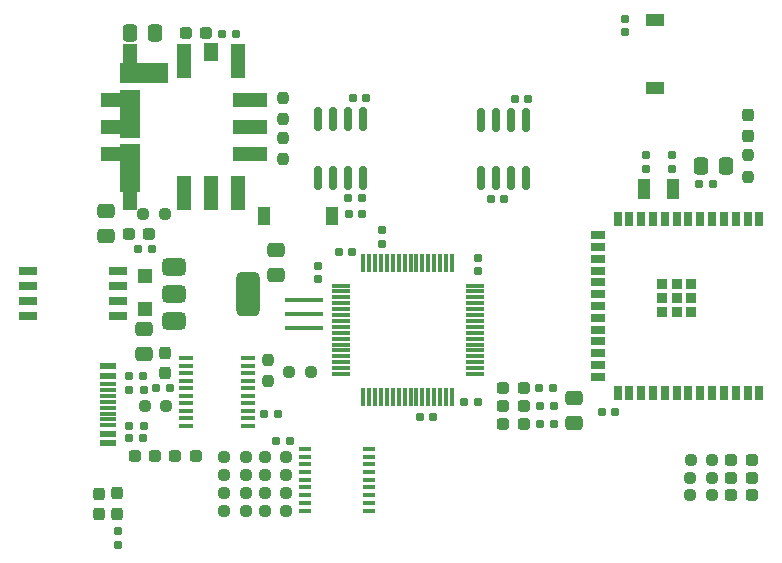
<source format=gbr>
%TF.GenerationSoftware,KiCad,Pcbnew,9.0.0*%
%TF.CreationDate,2025-04-02T22:51:41+09:00*%
%TF.ProjectId,GN10Mainboard,474e3130-4d61-4696-9e62-6f6172642e6b,rev?*%
%TF.SameCoordinates,Original*%
%TF.FileFunction,Paste,Top*%
%TF.FilePolarity,Positive*%
%FSLAX46Y46*%
G04 Gerber Fmt 4.6, Leading zero omitted, Abs format (unit mm)*
G04 Created by KiCad (PCBNEW 9.0.0) date 2025-04-02 22:51:41*
%MOMM*%
%LPD*%
G01*
G04 APERTURE LIST*
G04 Aperture macros list*
%AMRoundRect*
0 Rectangle with rounded corners*
0 $1 Rounding radius*
0 $2 $3 $4 $5 $6 $7 $8 $9 X,Y pos of 4 corners*
0 Add a 4 corners polygon primitive as box body*
4,1,4,$2,$3,$4,$5,$6,$7,$8,$9,$2,$3,0*
0 Add four circle primitives for the rounded corners*
1,1,$1+$1,$2,$3*
1,1,$1+$1,$4,$5*
1,1,$1+$1,$6,$7*
1,1,$1+$1,$8,$9*
0 Add four rect primitives between the rounded corners*
20,1,$1+$1,$2,$3,$4,$5,0*
20,1,$1+$1,$4,$5,$6,$7,0*
20,1,$1+$1,$6,$7,$8,$9,0*
20,1,$1+$1,$8,$9,$2,$3,0*%
G04 Aperture macros list end*
%ADD10RoundRect,0.237500X-0.250000X-0.237500X0.250000X-0.237500X0.250000X0.237500X-0.250000X0.237500X0*%
%ADD11RoundRect,0.237500X-0.287500X-0.237500X0.287500X-0.237500X0.287500X0.237500X-0.287500X0.237500X0*%
%ADD12RoundRect,0.237500X0.250000X0.237500X-0.250000X0.237500X-0.250000X-0.237500X0.250000X-0.237500X0*%
%ADD13RoundRect,0.155000X-0.212500X-0.155000X0.212500X-0.155000X0.212500X0.155000X-0.212500X0.155000X0*%
%ADD14RoundRect,0.155000X0.212500X0.155000X-0.212500X0.155000X-0.212500X-0.155000X0.212500X-0.155000X0*%
%ADD15R,1.600000X1.050000*%
%ADD16RoundRect,0.237500X0.287500X0.237500X-0.287500X0.237500X-0.287500X-0.237500X0.287500X-0.237500X0*%
%ADD17R,0.700000X1.300000*%
%ADD18R,1.300000X0.700000*%
%ADD19R,0.900000X0.900000*%
%ADD20RoundRect,0.150000X0.150000X-0.825000X0.150000X0.825000X-0.150000X0.825000X-0.150000X-0.825000X0*%
%ADD21RoundRect,0.160000X-0.160000X0.197500X-0.160000X-0.197500X0.160000X-0.197500X0.160000X0.197500X0*%
%ADD22RoundRect,0.237500X-0.237500X0.300000X-0.237500X-0.300000X0.237500X-0.300000X0.237500X0.300000X0*%
%ADD23RoundRect,0.237500X0.237500X-0.287500X0.237500X0.287500X-0.237500X0.287500X-0.237500X-0.287500X0*%
%ADD24RoundRect,0.250000X0.475000X-0.337500X0.475000X0.337500X-0.475000X0.337500X-0.475000X-0.337500X0*%
%ADD25RoundRect,0.160000X-0.197500X-0.160000X0.197500X-0.160000X0.197500X0.160000X-0.197500X0.160000X0*%
%ADD26RoundRect,0.155000X0.155000X-0.212500X0.155000X0.212500X-0.155000X0.212500X-0.155000X-0.212500X0*%
%ADD27RoundRect,0.250000X-0.475000X0.337500X-0.475000X-0.337500X0.475000X-0.337500X0.475000X0.337500X0*%
%ADD28R,1.450000X0.600000*%
%ADD29R,1.450000X0.300000*%
%ADD30R,1.200000X1.200000*%
%ADD31R,1.050000X1.600000*%
%ADD32RoundRect,0.250000X-0.337500X-0.475000X0.337500X-0.475000X0.337500X0.475000X-0.337500X0.475000X0*%
%ADD33R,1.000000X1.800000*%
%ADD34RoundRect,0.160000X0.160000X-0.197500X0.160000X0.197500X-0.160000X0.197500X-0.160000X-0.197500X0*%
%ADD35RoundRect,0.237500X-0.237500X0.250000X-0.237500X-0.250000X0.237500X-0.250000X0.237500X0.250000X0*%
%ADD36R,3.200000X0.400000*%
%ADD37RoundRect,0.237500X0.237500X-0.300000X0.237500X0.300000X-0.237500X0.300000X-0.237500X-0.300000X0*%
%ADD38RoundRect,0.160000X0.197500X0.160000X-0.197500X0.160000X-0.197500X-0.160000X0.197500X-0.160000X0*%
%ADD39RoundRect,0.375000X-0.625000X-0.375000X0.625000X-0.375000X0.625000X0.375000X-0.625000X0.375000X0*%
%ADD40RoundRect,0.500000X-0.500000X-1.400000X0.500000X-1.400000X0.500000X1.400000X-0.500000X1.400000X0*%
%ADD41R,1.000000X0.400000*%
%ADD42RoundRect,0.237500X0.237500X-0.250000X0.237500X0.250000X-0.237500X0.250000X-0.237500X-0.250000X0*%
%ADD43R,1.200000X3.000000*%
%ADD44R,1.770000X4.070000*%
%ADD45R,3.000000X1.200000*%
%ADD46R,4.070000X1.770000*%
%ADD47R,1.200000X1.500000*%
%ADD48R,1.200000X0.400000*%
%ADD49R,1.600000X0.760000*%
%ADD50RoundRect,0.155000X-0.155000X0.212500X-0.155000X-0.212500X0.155000X-0.212500X0.155000X0.212500X0*%
%ADD51RoundRect,0.075000X-0.700000X-0.075000X0.700000X-0.075000X0.700000X0.075000X-0.700000X0.075000X0*%
%ADD52RoundRect,0.075000X-0.075000X-0.700000X0.075000X-0.700000X0.075000X0.700000X-0.075000X0.700000X0*%
G04 APERTURE END LIST*
D10*
%TO.C,R25*%
X141152500Y-133490000D03*
X142977500Y-133490000D03*
%TD*%
D11*
%TO.C,D9*%
X190821600Y-141008400D03*
X192571600Y-141008400D03*
%TD*%
D12*
%TO.C,R13*%
X153137500Y-140856000D03*
X151312500Y-140856000D03*
%TD*%
D13*
%TO.C,C21*%
X139846500Y-136157000D03*
X140981500Y-136157000D03*
%TD*%
D10*
%TO.C,R1*%
X141025500Y-117234000D03*
X142850500Y-117234000D03*
%TD*%
D14*
%TO.C,C31*%
X171588500Y-115964000D03*
X170453500Y-115964000D03*
%TD*%
D13*
%TO.C,C25*%
X151276500Y-134125000D03*
X152411500Y-134125000D03*
%TD*%
D15*
%TO.C,SW3*%
X184345000Y-100770000D03*
X184345000Y-106520000D03*
%TD*%
D14*
%TO.C,C30*%
X173620500Y-107455000D03*
X172485500Y-107455000D03*
%TD*%
D16*
%TO.C,D12*%
X142051000Y-137681000D03*
X140301000Y-137681000D03*
%TD*%
%TO.C,D13*%
X145480000Y-137681000D03*
X143730000Y-137681000D03*
%TD*%
D17*
%TO.C,U6*%
X193182000Y-117600000D03*
X192182000Y-117600000D03*
X191182000Y-117600000D03*
X190182000Y-117600000D03*
X189182000Y-117600000D03*
X188182000Y-117600000D03*
X187182000Y-117600000D03*
X186182000Y-117600000D03*
X185182000Y-117600000D03*
X184182000Y-117600000D03*
X183182000Y-117600000D03*
X182182000Y-117600000D03*
X181182000Y-117600000D03*
D18*
X179532000Y-119000000D03*
X179532000Y-120000000D03*
X179532000Y-121000000D03*
X179532000Y-122000000D03*
X179532000Y-123000000D03*
X179532000Y-124000000D03*
X179532000Y-125000000D03*
X179532000Y-126000000D03*
X179532000Y-127000000D03*
X179532000Y-128000000D03*
X179532000Y-129000000D03*
X179532000Y-130000000D03*
X179532000Y-131000000D03*
D17*
X181182000Y-132400000D03*
X182182000Y-132400000D03*
X183182000Y-132400000D03*
X184182000Y-132400000D03*
X185182000Y-132400000D03*
X186182000Y-132400000D03*
X187182000Y-132400000D03*
X188182000Y-132400000D03*
X189182000Y-132400000D03*
X190182000Y-132400000D03*
X191182000Y-132400000D03*
X192182000Y-132400000D03*
X193182000Y-132400000D03*
D19*
X187382000Y-123120000D03*
X186182000Y-123120000D03*
X184982000Y-123120000D03*
X187382000Y-124320000D03*
X186182000Y-124320000D03*
X184982000Y-124320000D03*
X187382000Y-125520000D03*
X186182000Y-125520000D03*
X184982000Y-125520000D03*
%TD*%
D12*
%TO.C,C11*%
X155193000Y-130569000D03*
X153368000Y-130569000D03*
%TD*%
D20*
%TO.C,U8*%
X155781000Y-114121000D03*
X157051000Y-114121000D03*
X158321000Y-114121000D03*
X159591000Y-114121000D03*
X159591000Y-109171000D03*
X158321000Y-109171000D03*
X157051000Y-109171000D03*
X155781000Y-109171000D03*
%TD*%
D11*
%TO.C,D11*%
X190823500Y-139535200D03*
X192573500Y-139535200D03*
%TD*%
D21*
%TO.C,R5*%
X138890000Y-144068500D03*
X138890000Y-145263500D03*
%TD*%
D22*
%TO.C,C22*%
X137239000Y-140882500D03*
X137239000Y-142607500D03*
%TD*%
D23*
%TO.C,D3*%
X138839200Y-142606000D03*
X138839200Y-140856000D03*
%TD*%
D14*
%TO.C,C18*%
X180986500Y-133998000D03*
X179851500Y-133998000D03*
%TD*%
D24*
%TO.C,C4*%
X152225000Y-122335500D03*
X152225000Y-120260500D03*
%TD*%
D25*
%TO.C,R23*%
X139854000Y-132093000D03*
X141049000Y-132093000D03*
%TD*%
D14*
%TO.C,C10*%
X165552000Y-134379000D03*
X164417000Y-134379000D03*
%TD*%
D26*
%TO.C,C6*%
X155781000Y-122720400D03*
X155781000Y-121585400D03*
%TD*%
D27*
%TO.C,C3*%
X141099800Y-126966100D03*
X141099800Y-129041100D03*
%TD*%
D11*
%TO.C,D10*%
X190823500Y-138062000D03*
X192573500Y-138062000D03*
%TD*%
D28*
%TO.C,J3*%
X138030000Y-130100000D03*
X138030000Y-130900000D03*
D29*
X138030000Y-132100000D03*
X138030000Y-133100000D03*
X138030000Y-133600000D03*
X138030000Y-134600000D03*
D28*
X138030000Y-135800000D03*
X138030000Y-136600000D03*
X138030000Y-136600000D03*
X138030000Y-135800000D03*
D29*
X138030000Y-135100000D03*
X138030000Y-134100000D03*
X138030000Y-132600000D03*
X138030000Y-131600000D03*
D28*
X138030000Y-130900000D03*
X138030000Y-130100000D03*
%TD*%
D26*
%TO.C,C17*%
X183594000Y-113356500D03*
X183594000Y-112221500D03*
%TD*%
D14*
%TO.C,C23*%
X143267500Y-131966000D03*
X142132500Y-131966000D03*
%TD*%
D27*
%TO.C,C1*%
X137874000Y-116958500D03*
X137874000Y-119033500D03*
%TD*%
D14*
%TO.C,C12*%
X153427500Y-136411000D03*
X152292500Y-136411000D03*
%TD*%
D30*
%TO.C,D1*%
X141176000Y-125225000D03*
X141176000Y-122425000D03*
%TD*%
D12*
%TO.C,R11*%
X153137500Y-142380000D03*
X151312500Y-142380000D03*
%TD*%
D13*
%TO.C,C20*%
X139846500Y-130899200D03*
X140981500Y-130899200D03*
%TD*%
D12*
%TO.C,R22*%
X189180100Y-139535200D03*
X187355100Y-139535200D03*
%TD*%
D31*
%TO.C,SW1*%
X157005000Y-117361000D03*
X151255000Y-117361000D03*
%TD*%
D12*
%TO.C,R12*%
X149708500Y-140856000D03*
X147883500Y-140856000D03*
%TD*%
D26*
%TO.C,C15*%
X185753000Y-113356500D03*
X185753000Y-112221500D03*
%TD*%
D16*
%TO.C,D5*%
X173232000Y-135014000D03*
X171482000Y-135014000D03*
%TD*%
D32*
%TO.C,C2*%
X139906000Y-101867000D03*
X141981000Y-101867000D03*
%TD*%
D13*
%TO.C,C9*%
X168192900Y-133109000D03*
X169327900Y-133109000D03*
%TD*%
D12*
%TO.C,R10*%
X149708500Y-142380000D03*
X147883500Y-142380000D03*
%TD*%
D16*
%TO.C,D7*%
X173232000Y-131966000D03*
X171482000Y-131966000D03*
%TD*%
D14*
%TO.C,C7*%
X158702000Y-120409000D03*
X157567000Y-120409000D03*
%TD*%
D13*
%TO.C,C28*%
X158388500Y-115837000D03*
X159523500Y-115837000D03*
%TD*%
D20*
%TO.C,U9*%
X169624000Y-114183000D03*
X170894000Y-114183000D03*
X172164000Y-114183000D03*
X173434000Y-114183000D03*
X173434000Y-109233000D03*
X172164000Y-109233000D03*
X170894000Y-109233000D03*
X169624000Y-109233000D03*
%TD*%
D23*
%TO.C,D8*%
X192230000Y-110578500D03*
X192230000Y-108828500D03*
%TD*%
D12*
%TO.C,R17*%
X153137500Y-137808000D03*
X151312500Y-137808000D03*
%TD*%
D13*
%TO.C,C5*%
X158448000Y-117234000D03*
X159583000Y-117234000D03*
%TD*%
D25*
%TO.C,R9*%
X174629000Y-133490000D03*
X175824000Y-133490000D03*
%TD*%
D12*
%TO.C,R14*%
X149708500Y-139332000D03*
X147883500Y-139332000D03*
%TD*%
D33*
%TO.C,Y2*%
X185908000Y-115075000D03*
X183408000Y-115075000D03*
%TD*%
D34*
%TO.C,R7*%
X161242000Y-119774000D03*
X161242000Y-118579000D03*
%TD*%
D12*
%TO.C,R16*%
X149708500Y-137808000D03*
X147883500Y-137808000D03*
%TD*%
%TO.C,R20*%
X189180100Y-141008400D03*
X187355100Y-141008400D03*
%TD*%
D25*
%TO.C,R8*%
X174577000Y-135014000D03*
X175772000Y-135014000D03*
%TD*%
D35*
%TO.C,R2*%
X152860000Y-107351500D03*
X152860000Y-109176500D03*
%TD*%
D36*
%TO.C,Y1*%
X154638000Y-124486000D03*
X154638000Y-125686000D03*
X154638000Y-126886000D03*
%TD*%
D37*
%TO.C,C26*%
X142827000Y-130696000D03*
X142827000Y-128971000D03*
%TD*%
D12*
%TO.C,R15*%
X153137500Y-139332000D03*
X151312500Y-139332000D03*
%TD*%
D25*
%TO.C,R6*%
X147690500Y-101994000D03*
X148885500Y-101994000D03*
%TD*%
D38*
%TO.C,R4*%
X141773500Y-120155000D03*
X140578500Y-120155000D03*
%TD*%
D26*
%TO.C,C8*%
X169370000Y-122060000D03*
X169370000Y-120925000D03*
%TD*%
D39*
%TO.C,U2*%
X143614000Y-121665000D03*
X143614000Y-123965000D03*
D40*
X149914000Y-123965000D03*
D39*
X143614000Y-126265000D03*
%TD*%
D35*
%TO.C,R3*%
X152860000Y-110733500D03*
X152860000Y-112558500D03*
%TD*%
D41*
%TO.C,U4*%
X160132000Y-142313000D03*
X160132000Y-141663000D03*
X160132000Y-141013000D03*
X160132000Y-140363000D03*
X160132000Y-139713000D03*
X160132000Y-139063000D03*
X160132000Y-138413000D03*
X160132000Y-137763000D03*
X160132000Y-137113000D03*
X154732000Y-137113000D03*
X154732000Y-137763000D03*
X154732000Y-138413000D03*
X154732000Y-139063000D03*
X154732000Y-139713000D03*
X154732000Y-140363000D03*
X154732000Y-141013000D03*
X154732000Y-141663000D03*
X154732000Y-142313000D03*
%TD*%
D16*
%TO.C,D4*%
X146369000Y-101867000D03*
X144619000Y-101867000D03*
%TD*%
%TO.C,D2*%
X141543000Y-118885000D03*
X139793000Y-118885000D03*
%TD*%
D35*
%TO.C,R19*%
X192230000Y-112234000D03*
X192230000Y-114059000D03*
%TD*%
D16*
%TO.C,D6*%
X173218000Y-133490000D03*
X171468000Y-133490000D03*
%TD*%
D42*
%TO.C,R26*%
X151590000Y-131378000D03*
X151590000Y-129553000D03*
%TD*%
D13*
%TO.C,C14*%
X188106500Y-114694000D03*
X189241500Y-114694000D03*
%TD*%
D43*
%TO.C,U1*%
X144478000Y-115468000D03*
X139898000Y-115468000D03*
D44*
X139893000Y-113303000D03*
D45*
X138878000Y-112158000D03*
X138878000Y-109868000D03*
D44*
X139893000Y-108723000D03*
D45*
X138878000Y-107578000D03*
D46*
X141043000Y-105283000D03*
D43*
X139898000Y-104268000D03*
X144478000Y-104268000D03*
X149058000Y-104268000D03*
D45*
X150078000Y-109868000D03*
X150078000Y-112158000D03*
D43*
X149058000Y-115468000D03*
X146768000Y-115468000D03*
D47*
X146768000Y-103518000D03*
D45*
X150078000Y-107578000D03*
%TD*%
D32*
%TO.C,C13*%
X188271500Y-113170000D03*
X190346500Y-113170000D03*
%TD*%
D27*
%TO.C,C19*%
X177498000Y-132812000D03*
X177498000Y-134887000D03*
%TD*%
D48*
%TO.C,U7*%
X149872000Y-135141000D03*
X149872000Y-134506000D03*
X149872000Y-133871000D03*
X149872000Y-133236000D03*
X149872000Y-132601000D03*
X149872000Y-131966000D03*
X149872000Y-131331000D03*
X149872000Y-130696000D03*
X149872000Y-130061000D03*
X149872000Y-129426000D03*
X144672000Y-129426000D03*
X144672000Y-130061000D03*
X144672000Y-130696000D03*
X144672000Y-131331000D03*
X144672000Y-131966000D03*
X144672000Y-132601000D03*
X144672000Y-133236000D03*
X144672000Y-133871000D03*
X144672000Y-134506000D03*
X144672000Y-135141000D03*
%TD*%
D49*
%TO.C,SW2*%
X131270000Y-122060000D03*
X131270000Y-123330000D03*
X131270000Y-124600000D03*
X131270000Y-125870000D03*
X138890000Y-125870000D03*
X138890000Y-124600000D03*
X138890000Y-123330000D03*
X138890000Y-122060000D03*
%TD*%
D12*
%TO.C,R21*%
X189182000Y-138062000D03*
X187357000Y-138062000D03*
%TD*%
D25*
%TO.C,R24*%
X139854000Y-135141000D03*
X141049000Y-135141000D03*
%TD*%
D50*
%TO.C,C16*%
X181816000Y-100664500D03*
X181816000Y-101799500D03*
%TD*%
D51*
%TO.C,U3*%
X157726000Y-123263000D03*
X157726000Y-123763000D03*
X157726000Y-124263000D03*
X157726000Y-124763000D03*
X157726000Y-125263000D03*
X157726000Y-125763000D03*
X157726000Y-126263000D03*
X157726000Y-126763000D03*
X157726000Y-127263000D03*
X157726000Y-127763000D03*
X157726000Y-128263000D03*
X157726000Y-128763000D03*
X157726000Y-129263000D03*
X157726000Y-129763000D03*
X157726000Y-130263000D03*
X157726000Y-130763000D03*
D52*
X159651000Y-132688000D03*
X160151000Y-132688000D03*
X160651000Y-132688000D03*
X161151000Y-132688000D03*
X161651000Y-132688000D03*
X162151000Y-132688000D03*
X162651000Y-132688000D03*
X163151000Y-132688000D03*
X163651000Y-132688000D03*
X164151000Y-132688000D03*
X164651000Y-132688000D03*
X165151000Y-132688000D03*
X165651000Y-132688000D03*
X166151000Y-132688000D03*
X166651000Y-132688000D03*
X167151000Y-132688000D03*
D51*
X169076000Y-130763000D03*
X169076000Y-130263000D03*
X169076000Y-129763000D03*
X169076000Y-129263000D03*
X169076000Y-128763000D03*
X169076000Y-128263000D03*
X169076000Y-127763000D03*
X169076000Y-127263000D03*
X169076000Y-126763000D03*
X169076000Y-126263000D03*
X169076000Y-125763000D03*
X169076000Y-125263000D03*
X169076000Y-124763000D03*
X169076000Y-124263000D03*
X169076000Y-123763000D03*
X169076000Y-123263000D03*
D52*
X167151000Y-121338000D03*
X166651000Y-121338000D03*
X166151000Y-121338000D03*
X165651000Y-121338000D03*
X165151000Y-121338000D03*
X164651000Y-121338000D03*
X164151000Y-121338000D03*
X163651000Y-121338000D03*
X163151000Y-121338000D03*
X162651000Y-121338000D03*
X162151000Y-121338000D03*
X161651000Y-121338000D03*
X161151000Y-121338000D03*
X160651000Y-121338000D03*
X160151000Y-121338000D03*
X159651000Y-121338000D03*
%TD*%
D14*
%TO.C,C27*%
X159904500Y-107378800D03*
X158769500Y-107378800D03*
%TD*%
D25*
%TO.C,R18*%
X174539500Y-131966000D03*
X175734500Y-131966000D03*
%TD*%
M02*

</source>
